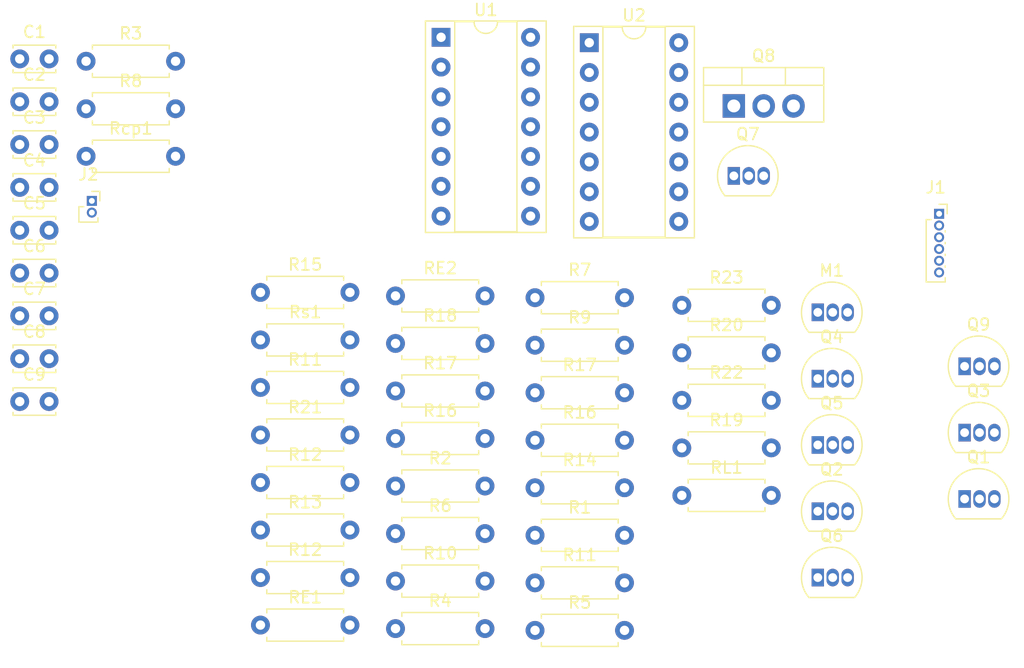
<source format=kicad_pcb>
(kicad_pcb (version 20240108) (generator "pcbnew") (generator_version "8.0")
  (layers (0 "F.Cu" signal) (31 "B.Cu" signal) (34 "B.Paste" user) (35 "F.Paste" user) (36 "B.SilkS" user "B.Silkscreen") (37 "F.SilkS" user "F.Silkscreen") (38 "B.Mask" user) (39 "F.Mask" user) (44 "Edge.Cuts" user))
  (net 0 "")
  (net 1 "0")
  (net 2 "/Vo")
  (net 3 "/Vref")
  (net 4 "/VPOSA")
  (net 5 "/Vsel")
  (net 6 "/Vreg")
  (net 7 "Net-(M1-D)")
  (net 8 "Net-(C1-Pad1)")
  (net 9 "Net-(Q1-B)")
  (net 10 "Net-(Q2-E)")
  (net 11 "/Vlc")
  (net 12 "/-VPOSA")
  (net 13 "/Vf")
  (net 14 "/+VPOSA")
  (net 15 "Net-(Q2-C)")
  (net 16 "Net-(Q7-E)")
  (net 17 "Net-(Q4-E)")
  (net 18 "Net-(Q5-E)")
  (net 19 "Net-(U2A-+)")
  (net 20 "/vref-c")
  (net 21 "Net-(U2A--)")
  (net 22 "Net-(Q7-C)")
  (net 23 "Net-(R10-Pad2)")
  (net 24 "Net-(U2B-+)")
  (net 25 "Net-(U2B--)")
  (net 26 "Net-(R14-Pad2)")
  (net 27 "Net-(U1C--)")
  (net 28 "Net-(Q9-B)")
  (net 29 "Net-(U1A--)")
  (net 30 "Net-(U1B--)")
  (net 31 "Net-(U1B-+)")
  (net 32 "Net-(U1A-+)")
  (net 33 "Net-(U1D-+)")
  (net 34 "Net-(U2C-+)")
  (net 35 "Net-(U2D-+)")
  (net 36 "Net-(Q9-E)")
  (net 37 "Net-(R2-Pad1)")
  (net 38 "Net-(R3-Pad1)")
  (net 39 "Net-(R7-Pad2)")
  (net 40 "/Sum")
  (net 41 "Net-(R11-Pad2)")
  (net 42 "Net-(R17-Pad1)")
  (net 43 "Net-(U1D--)")
  (net 44 "Net-(R19-Pad2)")
  (footprint "Resistor_THT:R_Axial_DIN0207_L6.3mm_D2.5mm_P7.62mm_Horizontal" (layer "F.Cu") (at 122.5 81.25)
    (property "Reference" "R6" (at 3.81 -2.37 0) (layer "F.SilkS"))
    (property "Value" "1.5k")
    (pad "1" thru_hole circle (at 0 0) (size 1.6 1.6) (drill 0.8) (layers "*.Cu" "*.Mask") (net 32 "Net-(U1A-+)"))
    (pad "2" thru_hole oval (at 7.62 0) (size 1.6 1.6) (drill 0.8) (layers "*.Cu" "*.Mask") (net 1 "0"))
  )
  (footprint "Package_DIP:DIP-14_W7.62mm_Socket" (layer "F.Cu") (at 139 39.42)
    (property "Reference" "U2" (at 3.81 -2.33 0) (layer "F.SilkS"))
    (property "Value" "LM324")
    (pad "1" thru_hole rect (at 0 0) (size 1.6 1.6) (drill 0.8) (layers "*.Cu" "*.Mask") (net 23 "Net-(R10-Pad2)"))
    (pad "2" thru_hole oval (at 0 2.54) (size 1.6 1.6) (drill 0.8) (layers "*.Cu" "*.Mask") (net 21 "Net-(U2A--)"))
    (pad "3" thru_hole oval (at 0 5.08) (size 1.6 1.6) (drill 0.8) (layers "*.Cu" "*.Mask") (net 19 "Net-(U2A-+)"))
    (pad "4" thru_hole oval (at 0 7.62) (size 1.6 1.6) (drill 0.8) (layers "*.Cu" "*.Mask") (net 4 "/VPOSA"))
    (pad "5" thru_hole oval (at 0 10.16) (size 1.6 1.6) (drill 0.8) (layers "*.Cu" "*.Mask") (net 24 "Net-(U2B-+)"))
    (pad "6" thru_hole oval (at 0 12.7) (size 1.6 1.6) (drill 0.8) (layers "*.Cu" "*.Mask") (net 25 "Net-(U2B--)"))
    (pad "7" thru_hole oval (at 0 15.24) (size 1.6 1.6) (drill 0.8) (layers "*.Cu" "*.Mask") (net 26 "Net-(R14-Pad2)"))
    (pad "8" thru_hole oval (at 7.62 15.24) (size 1.6 1.6) (drill 0.8) (layers "*.Cu" "*.Mask") (net 34 "Net-(U2C-+)"))
    (pad "9" thru_hole oval (at 7.62 12.7) (size 1.6 1.6) (drill 0.8) (layers "*.Cu" "*.Mask") (net 34 "Net-(U2C-+)"))
    (pad "10" thru_hole oval (at 7.62 10.16) (size 1.6 1.6) (drill 0.8) (layers "*.Cu" "*.Mask") (net 34 "Net-(U2C-+)"))
    (pad "11" thru_hole oval (at 7.62 7.62) (size 1.6 1.6) (drill 0.8) (layers "*.Cu" "*.Mask") (net 1 "0"))
    (pad "12" thru_hole oval (at 7.62 5.08) (size 1.6 1.6) (drill 0.8) (layers "*.Cu" "*.Mask") (net 35 "Net-(U2D-+)"))
    (pad "13" thru_hole oval (at 7.62 2.54) (size 1.6 1.6) (drill 0.8) (layers "*.Cu" "*.Mask") (net 35 "Net-(U2D-+)"))
    (pad "14" thru_hole oval (at 7.62 0) (size 1.6 1.6) (drill 0.8) (layers "*.Cu" "*.Mask") (net 35 "Net-(U2D-+)"))
  )
  (footprint "Resistor_THT:R_Axial_DIN0207_L6.3mm_D2.5mm_P7.62mm_Horizontal" (layer "F.Cu") (at 111 72.85)
    (property "Reference" "R21" (at 3.81 -2.37 0) (layer "F.SilkS"))
    (property "Value" "1.5k")
    (pad "1" thru_hole circle (at 0 0) (size 1.6 1.6) (drill 0.8) (layers "*.Cu" "*.Mask") (net 44 "Net-(R19-Pad2)"))
    (pad "2" thru_hole oval (at 7.62 0) (size 1.6 1.6) (drill 0.8) (layers "*.Cu" "*.Mask") (net 40 "/Sum"))
  )
  (footprint "Connector_PinSocket_1.00mm:PinSocket_1x06_P1.00mm_Vertical" (layer "F.Cu") (at 168.79 54)
    (property "Reference" "J1" (at -0.29 -2.25 0) (layer "F.SilkS"))
    (property "Value" "Conn_01x05_Socket")
    (pad "1" thru_hole rect (at 0 0) (size 0.85 0.85) (drill 0.5) (layers "*.Cu" "*.Mask") (net 1 "0"))
    (pad "2" thru_hole oval (at 0 1) (size 0.85 0.85) (drill 0.5) (layers "*.Cu" "*.Mask") (net 12 "/-VPOSA"))
    (pad "3" thru_hole oval (at 0 2) (size 0.85 0.85) (drill 0.5) (layers "*.Cu" "*.Mask") (net 14 "/+VPOSA"))
    (pad "4" thru_hole oval (at 0 3) (size 0.85 0.85) (drill 0.5) (layers "*.Cu" "*.Mask") (net 3 "/Vref"))
    (pad "5" thru_hole oval (at 0 4) (size 0.85 0.85) (drill 0.5) (layers "*.Cu" "*.Mask") (net 6 "/Vreg"))
    (pad "6" thru_hole oval (at 0 5) (size 0.85 0.85) (drill 0.5) (layers "*.Cu" "*.Mask") (net 5 "/Vsel"))
  )
  (footprint "Resistor_THT:R_Axial_DIN0207_L6.3mm_D2.5mm_P7.62mm_Horizontal" (layer "F.Cu") (at 122.5 85.3)
    (property "Reference" "R10" (at 3.81 -2.37 0) (layer "F.SilkS"))
    (property "Value" "1.5k")
    (pad "1" thru_hole circle (at 0 0) (size 1.6 1.6) (drill 0.8) (layers "*.Cu" "*.Mask") (net 40 "/Sum"))
    (pad "2" thru_hole oval (at 7.62 0) (size 1.6 1.6) (drill 0.8) (layers "*.Cu" "*.Mask") (net 29 "Net-(U1A--)"))
  )
  (footprint "Package_TO_SOT_THT:TO-92L_Inline" (layer "F.Cu") (at 158.46 79.35)
    (property "Reference" "Q2" (at 1.19 -3.56 0) (layer "F.SilkS"))
    (property "Value" "BC547B")
    (pad "1" thru_hole rect (at 0 0) (size 1.05 1.5) (drill 0.75) (layers "*.Cu" "*.Mask") (net 15 "Net-(Q2-C)"))
    (pad "2" thru_hole oval (at 1.27 0) (size 1.05 1.5) (drill 0.75) (layers "*.Cu" "*.Mask") (net 3 "/Vref"))
    (pad "3" thru_hole oval (at 2.54 0) (size 1.05 1.5) (drill 0.75) (layers "*.Cu" "*.Mask") (net 10 "Net-(Q2-E)"))
  )
  (footprint "Resistor_THT:R_Axial_DIN0207_L6.3mm_D2.5mm_P7.62mm_Horizontal" (layer "F.Cu") (at 134.38 89.5)
    (property "Reference" "R5" (at 3.81 -2.37 0) (layer "F.SilkS"))
    (property "Value" "2.7k")
    (pad "1" thru_hole circle (at 0 0) (size 1.6 1.6) (drill 0.8) (layers "*.Cu" "*.Mask") (net 32 "Net-(U1A-+)"))
    (pad "2" thru_hole oval (at 7.62 0) (size 1.6 1.6) (drill 0.8) (layers "*.Cu" "*.Mask") (net 37 "Net-(R2-Pad1)"))
  )
  (footprint "Package_DIP:DIP-14_W7.62mm_Socket" (layer "F.Cu") (at 126.38 38.96)
    (property "Reference" "U1" (at 3.81 -2.33 0) (layer "F.SilkS"))
    (property "Value" "LM324")
    (pad "1" thru_hole rect (at 0 0) (size 1.6 1.6) (drill 0.8) (layers "*.Cu" "*.Mask") (net 29 "Net-(U1A--)"))
    (pad "2" thru_hole oval (at 0 2.54) (size 1.6 1.6) (drill 0.8) (layers "*.Cu" "*.Mask") (net 29 "Net-(U1A--)"))
    (pad "3" thru_hole oval (at 0 5.08) (size 1.6 1.6) (drill 0.8) (layers "*.Cu" "*.Mask") (net 32 "Net-(U1A-+)"))
    (pad "4" thru_hole oval (at 0 7.62) (size 1.6 1.6) (drill 0.8) (layers "*.Cu" "*.Mask") (net 14 "/+VPOSA"))
    (pad "5" thru_hole oval (at 0 10.16) (size 1.6 1.6) (drill 0.8) (layers "*.Cu" "*.Mask") (net 31 "Net-(U1B-+)"))
    (pad "6" thru_hole oval (at 0 12.7) (size 1.6 1.6) (drill 0.8) (layers "*.Cu" "*.Mask") (net 30 "Net-(U1B--)"))
    (pad "7" thru_hole oval (at 0 15.24) (size 1.6 1.6) (drill 0.8) (layers "*.Cu" "*.Mask") (net 30 "Net-(U1B--)"))
    (pad "8" thru_hole oval (at 7.62 15.24) (size 1.6 1.6) (drill 0.8) (layers "*.Cu" "*.Mask") (net 42 "Net-(R17-Pad1)"))
    (pad "9" thru_hole oval (at 7.62 12.7) (size 1.6 1.6) (drill 0.8) (layers "*.Cu" "*.Mask") (net 40 "/Sum"))
    (pad "10" thru_hole oval (at 7.62 10.16) (size 1.6 1.6) (drill 0.8) (layers "*.Cu" "*.Mask") (net 1 "0"))
    (pad "11" thru_hole oval (at 7.62 7.62) (size 1.6 1.6) (drill 0.8) (layers "*.Cu" "*.Mask") (net 12 "/-VPOSA"))
    (pad "12" thru_hole oval (at 7.62 5.08) (size 1.6 1.6) (drill 0.8) (layers "*.Cu" "*.Mask") (net 33 "Net-(U1D-+)"))
    (pad "13" thru_hole oval (at 7.62 2.54) (size 1.6 1.6) (drill 0.8) (layers "*.Cu" "*.Mask") (net 43 "Net-(U1D--)"))
    (pad "14" thru_hole oval (at 7.62 0) (size 1.6 1.6) (drill 0.8) (layers "*.Cu" "*.Mask") (net 44 "Net-(R19-Pad2)"))
  )
  (footprint "Resistor_THT:R_Axial_DIN0207_L6.3mm_D2.5mm_P7.62mm_Horizontal" (layer "F.Cu") (at 96.15 41)
    (property "Reference" "R3" (at 3.81 -2.37 0) (layer "F.SilkS"))
    (property "Value" "6.8k")
    (pad "1" thru_hole circle (at 0 0) (size 1.6 1.6) (drill 0.8) (layers "*.Cu" "*.Mask") (net 38 "Net-(R3-Pad1)"))
    (pad "2" thru_hole oval (at 7.62 0) (size 1.6 1.6) (drill 0.8) (layers "*.Cu" "*.Mask") (net 13 "/Vf"))
  )
  (footprint "Resistor_THT:R_Axial_DIN0207_L6.3mm_D2.5mm_P7.62mm_Horizontal" (layer "F.Cu") (at 96.15 45.05)
    (property "Reference" "R8" (at 3.81 -2.37 0) (layer "F.SilkS"))
    (property "Value" "680")
    (pad "1" thru_hole circle (at 0 0) (size 1.6 1.6) (drill 0.8) (layers "*.Cu" "*.Mask") (net 39 "Net-(R7-Pad2)"))
    (pad "2" thru_hole oval (at 7.62 0) (size 1.6 1.6) (drill 0.8) (layers "*.Cu" "*.Mask") (net 1 "0"))
  )
  (footprint "Resistor_THT:R_Axial_DIN0207_L6.3mm_D2.5mm_P7.62mm_Horizontal" (layer "F.Cu") (at 134.38 77.35)
    (property "Reference" "R14" (at 3.81 -2.37 0) (layer "F.SilkS"))
    (property "Value" "680")
    (pad "1" thru_hole circle (at 0 0) (size 1.6 1.6) (drill 0.8) (layers "*.Cu" "*.Mask") (net 7 "Net-(M1-D)"))
    (pad "2" thru_hole oval (at 7.62 0) (size 1.6 1.6) (drill 0.8) (layers "*.Cu" "*.Mask") (net 26 "Net-(R14-Pad2)"))
  )
  (footprint "Resistor_THT:R_Axial_DIN0207_L6.3mm_D2.5mm_P7.62mm_Horizontal" (layer "F.Cu") (at 111 60.7)
    (property "Reference" "R15" (at 3.81 -2.37 0) (layer "F.SilkS"))
    (property "Value" "270")
    (pad "1" thru_hole circle (at 0 0) (size 1.6 1.6) (drill 0.8) (layers "*.Cu" "*.Mask") (net 26 "Net-(R14-Pad2)"))
    (pad "2" thru_hole oval (at 7.62 0) (size 1.6 1.6) (drill 0.8) (layers "*.Cu" "*.Mask") (net 1 "0"))
  )
  (footprint "Package_TO_SOT_THT:TO-92L_Inline" (layer "F.Cu") (at 170.96 67)
    (property "Reference" "Q9" (at 1.19 -3.56 0) (layer "F.SilkS"))
    (property "Value" "BC547B")
    (pad "1" thru_hole rect (at 0 0) (size 1.05 1.5) (drill 0.75) (layers "*.Cu" "*.Mask") (net 11 "/Vlc"))
    (pad "2" thru_hole oval (at 1.27 0) (size 1.05 1.5) (drill 0.75) (layers "*.Cu" "*.Mask") (net 28 "Net-(Q9-B)"))
    (pad "3" thru_hole oval (at 2.54 0) (size 1.05 1.5) (drill 0.75) (layers "*.Cu" "*.Mask") (net 36 "Net-(Q9-E)"))
  )
  (footprint "Resistor_THT:R_Axial_DIN0207_L6.3mm_D2.5mm_P7.62mm_Horizontal" (layer "F.Cu") (at 134.38 81.4)
    (property "Reference" "R1" (at 3.81 -2.37 0) (layer "F.SilkS"))
    (property "Value" "3.3k")
    (pad "1" thru_hole circle (at 0 0) (size 1.6 1.6) (drill 0.8) (layers "*.Cu" "*.Mask") (net 6 "/Vreg"))
    (pad "2" thru_hole oval (at 7.62 0) (size 1.6 1.6) (drill 0.8) (layers "*.Cu" "*.Mask") (net 9 "Net-(Q1-B)"))
  )
  (footprint "Resistor_THT:R_Axial_DIN0207_L6.3mm_D2.5mm_P7.62mm_Horizontal" (layer "F.Cu") (at 122.5 89.35)
    (property "Reference" "R4" (at 3.81 -2.37 0) (layer "F.SilkS"))
    (property "Value" "1.2k")
    (pad "1" thru_hole circle (at 0 0) (size 1.6 1.6) (drill 0.8) (layers "*.Cu" "*.Mask") (net 31 "Net-(U1B-+)"))
    (pad "2" thru_hole oval (at 7.62 0) (size 1.6 1.6) (drill 0.8) (layers "*.Cu" "*.Mask") (net 38 "Net-(R3-Pad1)"))
  )
  (footprint "Resistor_THT:R_Axial_DIN0207_L6.3mm_D2.5mm_P7.62mm_Horizontal" (layer "F.Cu") (at 122.5 77.2)
    (property "Reference" "R2" (at 3.81 -2.37 0) (layer "F.SilkS"))
    (property "Value" "5.6k")
    (pad "1" thru_hole circle (at 0 0) (size 1.6 1.6) (drill 0.8) (layers "*.Cu" "*.Mask") (net 37 "Net-(R2-Pad1)"))
    (pad "2" thru_hole oval (at 7.62 0) (size 1.6 1.6) (drill 0.8) (layers "*.Cu" "*.Mask") (net 3 "/Vref"))
  )
  (footprint "Resistor_THT:R_Axial_DIN0207_L6.3mm_D2.5mm_P7.62mm_Horizontal" (layer "F.Cu") (at 122.5 61)
    (property "Reference" "RE2" (at 3.81 -2.37 0) (layer "F.SilkS"))
    (property "Value" "470")
    (pad "1" thru_hole circle (at 0 0) (size 1.6 1.6) (drill 0.8) (layers "*.Cu" "*.Mask") (net 6 "/Vreg"))
    (pad "2" thru_hole oval (at 7.62 0) (size 1.6 1.6) (drill 0.8) (layers "*.Cu" "*.Mask") (net 18 "Net-(Q5-E)"))
  )
  (footprint "Package_TO_SOT_THT:TO-92L_Inline" (layer "F.Cu") (at 158.46 68.05)
    (property "Reference" "Q4" (at 1.19 -3.56 0) (layer "F.SilkS"))
    (property "Value" "BC557B")
    (pad "1" thru_hole rect (at 0 0) (size 1.05 1.5) (drill 0.75) (layers "*.Cu" "*.Mask") (net 15 "Net-(Q2-C)"))
    (pad "2" thru_hole oval (at 1.27 0) (size 1.05 1.5) (drill 0.75) (layers "*.Cu" "*.Mask") (net 15 "Net-(Q2-C)"))
    (pad "3" thru_hole oval (at 2.54 0) (size 1.05 1.5) (drill 0.75) (layers "*.Cu" "*.Mask") (net 17 "Net-(Q4-E)"))
  )
  (footprint "Connector_PinSocket_1.00mm:PinSocket_1x02_P1.00mm_Vertical" (layer "F.Cu") (at 96.64 52.9)
    (property "Reference" "J2" (at -0.29 -2.25 0) (layer "F.SilkS"))
    (property "Value" "Conn_01x02_Socket")
    (pad "1" thru_hole rect (at 0 0) (size 0.85 0.85) (drill 0.5) (layers "*.Cu" "*.Mask") (net 2 "/Vo"))
    (pad "2" thru_hole oval (at 0 1) (size 0.85 0.85) (drill 0.5) (layers "*.Cu" "*.Mask") (net 1 "0"))
  )
  (footprint "Resistor_THT:R_Axial_DIN0207_L6.3mm_D2.5mm_P7.62mm_Horizontal" (layer "F.Cu") (at 146.88 65.85)
    (property "Reference" "R20" (at 3.81 -2.37 0) (layer "F.SilkS"))
    (property "Value" "1k")
    (pad "1" thru_hole circle (at 0 0) (size 1.6 1.6) (drill 0.8) (layers "*.Cu" "*.Mask") (net 16 "Net-(Q7-E)"))
    (pad "2" thru_hole oval (at 7.62 0) (size 1.6 1.6) (drill 0.8) (layers "*.Cu" "*.Mask") (net 43 "Net-(U1D--)"))
  )
  (footprint "Capacitor_THT:C_Disc_D3.4mm_W2.1mm_P2.50mm" (layer "F.Cu") (at 90.5 66.35)
    (property "Reference" "C8" (at 1.25 -2.3 0) (layer "F.SilkS"))
    (property "Value" "10u")
    (pad "1" thru_hole circle (at 0 0) (size 1.6 1.6) (drill 0.8) (layers "*.Cu" "*.Mask") (net 5 "/Vsel"))
    (pad "2" thru_hole circle (at 2.5 0) (size 1.6 1.6) (drill 0.8) (layers "*.Cu" "*.Mask") (net 1 "0"))
  )
  (footprint "Resistor_THT:R_Axial_DIN0207_L6.3mm_D2.5mm_P7.62mm_Horizontal" (layer "F.Cu") (at 111 85)
    (property "Reference" "R12" (at 3.81 -2.37 0) (layer "F.SilkS"))
    (property "Value" "100k")
    (pad "1" thru_hole circle (at 0 0) (size 1.6 1.6) (drill 0.8) (layers "*.Cu" "*.Mask") (net 24 "Net-(U2B-+)"))
    (pad "2" thru_hole oval (at 7.62 0) (size 1.6 1.6) (drill 0.8) (layers "*.Cu" "*.Mask") (net 1 "0"))
  )
  (footprint "Package_TO_SOT_THT:TO-92L_Inline" (layer "F.Cu") (at 170.96 78.3)
    (property "Reference" "Q1" (at 1.19 -3.56 0) (layer "F.SilkS"))
    (property "Value" "BC547B")
    (pad "1" thru_hole rect (at 0 0) (size 1.05 1.5) (drill 0.75) (layers "*.Cu" "*.Mask") (net 9 "Net-(Q1-B)"))
    (pad "2" thru_hole oval (at 1.27 0) (size 1.05 1.5) (drill 0.75) (layers "*.Cu" "*.Mask") (net 9 "Net-(Q1-B)"))
    (pad "3" thru_hole oval (at 2.54 0) (size 1.05 1.5) (drill 0.75) (layers "*.Cu" "*.Mask") (net 1 "0"))
  )
  (footprint "Resistor_THT:R_Axial_DIN0207_L6.3mm_D2.5mm_P7.62mm_Horizontal" (layer "F.Cu") (at 134.38 61.15)
    (property "Reference" "R7" (at 3.81 -2.37 0) (layer "F.SilkS"))
    (property "Value" "6.8k")
    (pad "1" thru_hole circle (at 0 0) (size 1.6 1.6) (drill 0.8) (layers "*.Cu" "*.Mask") (net 31 "Net-(U1B-+)"))
    (pad "2" thru_hole oval (at 7.62 0) (size 1.6 1.6) (drill 0.8) (layers "*.Cu" "*.Mask") (net 39 "Net-(R7-Pad2)"))
  )
  (footprint "Capacitor_THT:C_Disc_D3.4mm_W2.1mm_P2.50mm" (layer "F.Cu") (at 90.5 70)
    (property "Reference" "C9" (at 1.25 -2.3 0) (layer "F.SilkS"))
    (property "Value" "1u")
    (pad "1" thru_hole circle (at 0 0) (size 1.6 1.6) (drill 0.8) (layers "*.Cu" "*.Mask") (net 2 "/Vo"))
    (pad "2" thru_hole circle (at 2.5 0) (size 1.6 1.6) (drill 0.8) (layers "*.Cu" "*.Mask") (net 1 "0"))
  )
  (footprint "Package_TO_SOT_THT:TO-92L_Inline" (layer "F.Cu") (at 158.46 85)
    (property "Reference" "Q6" (at 1.19 -3.56 0) (layer "F.SilkS"))
    (property "Value" "BC547B")
    (pad "1" thru_hole rect (at 0 0) (size 1.05 1.5) (drill 0.75) (layers "*.Cu" "*.Mask") (net 11 "/Vlc"))
    (pad "2" thru_hole oval (at 1.27 0) (size 1.05 1.5) (drill 0.75) (layers "*.Cu" "*.Mask") (net 13 "/Vf"))
    (pad "3" thru_hole oval (at 2.54 0) (size 1.05 1.5) (drill 0.75) (layers "*.Cu" "*.Mask") (net 10 "Net-(Q2-E)"))
  )
  (footprint "Resistor_THT:R_Axial_DIN0207_L6.3mm_D2.5mm_P7.62mm_Horizontal" (layer "F.Cu") (at 146.88 78)
    (property "Reference" "RL1" (at 3.81 -2.37 0) (layer "F.SilkS"))
    (property "Value" "RL")
    (pad "1" thru_hole circle (at 0 0) (size 1.6 1.6) (drill 0.8) (layers "*.Cu" "*.Mask") (net 2 "/Vo"))
    (pad "2" thru_hole oval (at 7.62 0) (size 1.6 1.6) (drill 0.8) (layers "*.Cu" "*.Mask") (net 1 "0"))
  )
  (footprint "Resistor_THT:R_Axial_DIN0207_L6.3mm_D2.5mm_P7.62mm_Horizontal" (layer "F.Cu") (at 122.5 73.15)
    (property "Reference" "R16" (at 3.81 -2.37 0) (layer "F.SilkS"))
    (property "Value" "100")
    (pad "1" thru_hole circle (at 0 0) (size 1.6 1.6) (drill 0.8) (layers "*.Cu" "*.Mask") (net 36 "Net-(Q9-E)"))
    (pad "2" thru_hole oval (at 7.62 0) (size 1.6 1.6) (drill 0.8) (layers "*.Cu" "*.Mask") (net 1 "0"))
  )
  (footprint "Resistor_THT:R_Axial_DIN0207_L6.3mm_D2.5mm_P7.62mm_Horizontal" (layer "F.Cu") (at 111 89.05)
    (property "Reference" "RE1" (at 3.81 -2.37 0) (layer "F.SilkS"))
    (property "Value" "470")
    (pad "1" thru_hole circle (at 0 0) (size 1.6 1.6) (drill 0.8) (layers "*.Cu" "*.Mask") (net 6 "/Vreg"))
    (pad "2" thru_hole oval (at 7.62 0) (size 1.6 1.6) (drill 0.8) (layers "*.Cu" "*.Mask") (net 17 "Net-(Q4-E)"))
  )
  (footprint "Resistor_THT:R_Axial_DIN0207_L6.3mm_D2.5mm_P7.62mm_Horizontal" (layer "F.Cu") (at 122.5 65.05)
    (property "Reference" "R18" (at 3.81 -2.37 0) (layer "F.SilkS"))
    (property "Value" "100k")
    (pad "1" thru_hole circle (at 0 0) (size 1.6 1.6) (drill 0.8) (layers "*.Cu" "*.Mask") (net 40 "/Sum"))
    (pad "2" thru_hole oval (at 7.62 0) (size 1.6 1.6) (drill 0.8) (layers "*.Cu" "*.Mask") (net 42 "Net-(R17-Pad1)"))
  )
  (footprint "Resistor_THT:R_Axial_DIN0207_L6.3mm_D2.5mm_P7.62mm_Horizontal" (layer "F.Cu") (at 134.38 65.2)
    (property "Reference" "R9" (at 3.81 -2.37 0) (layer "F.SilkS"))
    (property "Value" "1.5k")
    (pad "1" thru_hole circle (at 0 0) (size 1.6 1.6) (drill 0.8) (layers "*.Cu" "*.Mask") (net 40 "/Sum"))
    (pad "2" thru_hole oval (at 7.62 0) (size 1.6 1.6) (drill 0.8) (layers "*.Cu" "*.Mask") (net 30 "Net-(U1B--)"))
  )
  (footprint "Resistor_THT:R_Axial_DIN0207_L6.3mm_D2.5mm_P7.62mm_Horizontal" (layer "F.Cu") (at 111 64.75)
    (property "Reference" "Rs1" (at 3.81 -2.37 0) (layer "F.SilkS"))
    (property "Value" "0.1")
    (pad "1" thru_hole circle (at 0 0) (size 1.6 1.6) (drill 0.8) (layers "*.Cu" "*.Mask") (net 2 "/Vo"))
    (pad "2" thru_hole oval (at 7.62 0) (size 1.6 1.6) (drill 0.8) (layers "*.Cu" "*.Mask") (net 16 "Net-(Q7-E)"))
  )
  (footprint "Resistor_THT:R_Axial_DIN0207_L6.3mm_D2.5mm_P7.62mm_Horizontal" (layer "F.Cu") (at 134.38 85.45)
    (property "Reference" "R11" (at 3.81 -2.37 0) (layer "F.SilkS"))
    (property "Value" "2.7k")
    (pad "1" thru_hole circle (at 0 0) (size 1.6 1.6) (drill 0.8) (layers "*.Cu" "*.Mask") (net 16 "Net-(Q7-E)"))
    (pad "2" thru_hole oval (at 7.62 0) (size 1.6 1.6) (drill 0.8) (layers "*.Cu" "*.Mask") (net 41 "Net-(R11-Pad2)"))
  )
  (footprint "Resistor_THT:R_Axial_DIN0207_L6.3mm_D2.5mm_P7.62mm_Horizontal" (layer "F.Cu") (at 146.88 69.9)
    (property "Reference" "R22" (at 3.81 -2.37 0) (layer "F.SilkS"))
    (property "Value" "1k")
    (pad "1" thru_hole circle (at 0 0) (size 1.6 1.6) (drill 0.8) (layers "*.Cu" "*.Mask") (net 2 "/Vo"))
    (pad "2" thru_hole oval (at 7.62 0) (size 1.6 1.6) (drill 0.8) (layers "*.Cu" "*.Mask") (net 33 "Net-(U1D-+)"))
  )
  (footprint "Resistor_THT:R_Axial_DIN0207_L6.3mm_D2.5mm_P7.62mm_Horizontal" (layer "F.Cu") (at 146.88 61.8)
    (property "Reference" "R23" (at 3.81 -2.37 0) (layer "F.SilkS"))
    (property "Value" "10k")
    (pad "1" thru_hole circle (at 0 0) (size 1.6 1.6) (drill 0.8) (layers "*.Cu" "*.Mask") (net 33 "Net-(U1D-+)"))
    (pad "2" thru_hole oval (at 7.62 0) (size 1.6 1.6) (drill 0.8) (layers "*.Cu" "*.Mask") (net 1 "0"))
  )
  (footprint "Capacitor_THT:C_Disc_D3.4mm_W2.1mm_P2.50mm" (layer "F.Cu") (at 90.5 62.7)
    (property "Reference" "C7" (at 1.25 -2.3 0) (layer "F.SilkS"))
    (property "Value" "10u")
    (pad "1" thru_hole circle (at 0 0) (size 1.6 1.6) (drill 0.8) (layers "*.Cu" "*.Mask") (net 6 "/Vreg"))
    (pad "2" thru_hole circle (at 2.5 0) (size 1.6 1.6) (drill 0.8) (layers "*.Cu" "*.Mask") (net 1 "0"))
  )
  (footprint "Resistor_THT:R_Axial_DIN0207_L6.3mm_D2.5mm_P7.62mm_Horizontal" (layer "F.Cu") (at 96.15 49.1)
    (property "Reference" "Rcp1" (at 3.81 -2.37 0) (layer "F.SilkS"))
    (property "Value" "470")
    (pad "1" thru_hole circle (at 0 0) (size 1.6 1.6) (drill 0.8) (layers "*.Cu" "*.Mask") (net 11 "/Vlc"))
    (pad "2" thru_hole oval (at 7.62 0) (size 1.6 1.6) (drill 0.8) (layers "*.Cu" "*.Mask") (net 8 "Net-(C1-Pad1)"))
  )
  (footprint "Package_TO_SOT_THT:TO-92L_Inline" (layer "F.Cu") (at 158.46 62.4)
    (property "Reference" "M1" (at 1.19 -3.56 0) (layer "F.SilkS"))
    (property "Value" "2N7000")
    (pad "1" thru_hole rect (at 0 0) (size 1.05 1.5) (drill 0.75) (layers "*.Cu" "*.Mask") (net 7 "Net-(M1-D)"))
    (pad "2" thru_hole oval (at 1.27 0) (size 1.05 1.5) (drill 0.75) (layers "*.Cu" "*.Mask") (net 5 "/Vsel"))
    (pad "3" thru_hole oval (at 2.54 0) (size 1.05 1.5) (drill 0.75) (layers "*.Cu" "*.Mask") (net 1 "0"))
  )
  (footprint "Capacitor_THT:C_Disc_D3.4mm_W2.1mm_P2.50mm" (layer "F.Cu") (at 90.5 59.05)
    (property "Reference" "C6" (at 1.25 -2.3 0) (layer "F.SilkS"))
    (property "Value" "10u")
    (pad "1" thru_hole circle (at 0 0) (size 1.6 1.6) (drill 0.8) (layers "*.Cu" "*.Mask") (net 3 "/Vref"))
    (pad "2" thru_hole circle (at 2.5 0) (size 1.6 1.6) (drill 0.8) (layers "*.Cu" "*.Mask") (net 1 "0"))
  )
  (footprint "Resistor_THT:R_Axial_DIN0207_L6.3mm_D2.5mm_P7.62mm_Horizontal" (layer "F.Cu") (at 111 80.95)
    (property "Reference" "R13" (at 3.81 -2.37 0) (layer "F.SilkS"))
    (property "Value" "1K")
    (pad "1" thru_hole circle (at 0 0) (size 1.6 1.6) (drill 0.8) (layers "*.Cu" "*.Mask") (net 13 "/Vf"))
    (pad "2" thru_hole oval (at 7.62 0) (size 1.6 1.6) (drill 0.8) (layers "*.Cu" "*.Mask") (net 7 "Net-(M1-D)"))
  )
  (footprint "Resistor_THT:R_Axial_DIN0207_L6.3mm_D2.5mm_P7.62mm_Horizontal" (layer "F.Cu") (at 111 76.9)
    (property "Reference" "R12" (at 3.81 -2.37 0) (layer "F.SilkS"))
    (property "Value" "390")
    (pad "1" thru_hole circle (at 0 0) (size 1.6 1.6) (drill 0.8) (layers "*.Cu" "*.Mask") (net 41 "Net-(R11-Pad2)"))
    (pad "2" thru_hole oval (at 7.62 0) (size 1.6 1.6) (drill 0.8) (layers "*.Cu" "*.Mask") (net 13 "/Vf"))
  )
  (footprint "Package_TO_SOT_THT:TO-92L_Inline" (layer "F.Cu") (at 170.96 72.65)
    (property "Reference" "Q3" (at 1.19 -3.56 0) (layer "F.SilkS"))
    (property "Value" "BC547B")
    (pad "1" thru_hole rect (at 0 0) (size 1.05 1.5) (drill 0.75) (layers "*.Cu" "*.Mask") (net 10 "Net-(Q2-E)"))
    (pad "2" thru_hole oval (at 1.27 0) (size 1.05 1.5) (drill 0.75) (layers "*.Cu" "*.Mask") (net 9 "Net-(Q1-B)"))
    (pad "3" thru_hole oval (at 2.54 0) (size 1.05 1.5) (drill 0.75) (layers "*.Cu" "*.Mask") (net 1 "0"))
  )
  (footprint "Resistor_THT:R_Axial_DIN0207_L6.3mm_D2.5mm_P7.62mm_Horizontal" (layer "F.Cu") (at 134.38 73.3)
    (property "Reference" "R16" (at 3.81 -2.37 0) (layer "F.SilkS"))
    (property "Value" "1.5k")
    (pad "1" thru_hole circle (at 0 0) (size 1.6 1.6) (drill 0.8) (layers "*.Cu" "*.Mask") (net 20 "/vref-c"))
    (pad "2" thru_hole oval (at 7.62 0) (size 1.6 1.6) (drill 0.8) (layers "*.Cu" "*.Mask") (net 27 "Net-(U1C--)"))
  )
  (footprint "Resistor_THT:R_Axial_DIN0207_L6.3mm_D2.5mm_P7.62mm_Horizontal" (layer "F.Cu") (at 111 68.8)
    (property "Reference" "R11" (at 3.81 -2.37 0) (layer "F.SilkS"))
    (property "Value" "1k")
    (pad "1" thru_hole circle (at 0 0) (size 1.6 1.6) (drill 0.8) (layers "*.Cu" "*.Mask") (net 23 "Net-(R10-Pad2)"))
    (pad "2" thru_hole oval (at 7.62 0) (size 1.6 1.6) (drill 0.8) (layers "*.Cu" "*.Mask") (net 24 "Net-(U2B-+)"))
  )
  (footprint "Capacitor_THT:C_Disc_D3.4mm_W2.1mm_P2.50mm" (layer "F.Cu") (at 90.5 48.1)
    (property "Reference" "C3" (at 1.25 -2.3 0) (layer "F.SilkS"))
    (property "Value" "90p")
    (pad "1" thru_hole circle (at 0 0) (size 1.6 1.6) (drill 0.8) (layers "*.Cu" "*.Mask") (net 16 "Net-(Q7-E)"))
    (pad "2" thru_hole circle (at 2.5 0) (size 1.6 1.6) (drill 0.8) (layers "*.Cu" "*.Mask") (net 13 "/Vf"))
  )
  (footprint "Capacitor_THT:C_Disc_D3.4mm_W2.1mm_P2.50mm" (layer "F.Cu") (at 90.5 55.4)
    (property "Reference" "C5" (at 1.25 -2.3 0) (layer "F.SilkS"))
    (property "Value" "10u")
    (pad "1" thru_hole circle (at 0 0) (size 1.6 1.6) (drill 0.8) (layers "*.Cu" "*.Mask") (net 14 "/+VPOSA"))
    (pad "2" thru_hole circle (at 2.5 0) (size 1.6 1.6) (drill 0.8) (layers "*.Cu" "*.Mask") (net 1 "0"))
  )
  (footprint "Package_TO_SOT_THT:TO-92L_Inline" (layer "F.Cu") (at 151.31 50.77)
    (property "Reference" "Q7" (at 1.19 -3.56 0) (layer "F.SilkS"))
    (property "Value" "TIP41C")
    (pad "1" thru_hole rect (at 0 0) (size 1.05 1.5) (drill 0.75) (layers "*.Cu" "*.Mask") (net 22 "Net-(Q7-C)"))
    (pad "2" thru_hole oval (at 1.27 0) (size 1.05 1.5) (drill 0.75) (layers "*.Cu" "*.Mask") (net 11 "/Vlc"))
    (pad "3" thru_hole oval (at 2.54 0) (size 1.05 1.5) (drill 0.75) (layers "*.Cu" "*.Mask") (net 16 "Net-(Q7-E)"))
  )
  (footprint "Capacitor_THT:C_Disc_D3.4mm_W2.1mm_P2.50mm" (layer "F.Cu") (at 90.5 40.8)
    (property "Reference" "C1" (at 1.25 -2.3 0) (layer "F.SilkS"))
    (property "Value" "1.5n")
    (pad "1" thru_hole circle (at 0 0) (size 1.6 1.6) (drill 0.8) (layers "*.Cu" "*.Mask") (net 8 "Net-(C1-Pad1)"))
    (pad "2" thru_hole circle (at 2.5 0) (size 1.6 1.6) (drill 0.8) (layers "*.Cu" "*.Mask") (net 13 "/Vf"))
  )
  (footprint "Package_TO_SOT_THT:TO-92L_Inline" (layer "F.Cu") (at 158.46 73.7)
    (property "Reference" "Q5" (at 1.19 -3.56 0) (layer "F.SilkS"))
    (property "Value" "BC557B")
    (pad "1" thru_hole rect (at 0 0) (size 1.05 1.5) (drill 0.75) (layers "*.Cu" "*.Mask") (net 11 "/Vlc"))
    (pad "2" thru_hole oval (at 1.27 0) (size 1.05 1.5) (drill 0.75) (layers "*.Cu" "*.Mask") (net 15 "Net-(Q2-C)"))
    (pad "3" thru_hole oval (at 2.54 0) (size 1.05 1.5) (drill 0.75) (layers "*.Cu" "*.Mask") (net 18 "Net-(Q5-E)"))
  )
  (footprint "Resistor_THT:R_Axial_DIN0207_L6.3mm_D2.5mm_P7.62mm_Horizontal" (layer "F.Cu") (at 146.88 73.95)
    (property "Reference" "R19" (at 3.81 -2.37 0) (layer "F.SilkS"))
    (property "Value" "10k")
    (pad "1" thru_hole circle (at 0 0) (size 1.6 1.6) (drill 0.8) (layers "*.Cu" "*.Mask") (net 43 "Net-(U1D--)"))
    (pad "2" thru_hole oval (at 7.62 0) (size 1.6 1.6) (drill 0.8) (layers "*.Cu" "*.Mask") (net 44 "Net-(R19-Pad2)"))
  )
  (footprint "Package_TO_SOT_THT:TO-220-3_Vertical" (layer "F.Cu") (at 151.31 44.81)
    (property "Reference" "Q8" (at 2.54 -4.27 0) (layer "F.SilkS"))
    (property "Value" "TIP42C")
    (pad "1" thru_hole rect (at 0 0) (size 1.905 2) (drill 1.1) (layers "*.Cu" "*.Mask") (net 16 "Net-(Q7-E)"))
    (pad "2" thru_hole oval (at 2.54 0) (size 1.905 2) (drill 1.1) (layers "*.Cu" "*.Mask") (net 22 "Net-(Q7-C)"))
    (pad "3" thru_hole oval (at 5.08 0) (size 1.905 2) (drill 1.1) (layers "*.Cu" "*.Mask") (net 6 "/Vreg"))
  )
  (footprint "Resistor_THT:R_Axial_DIN0207_L6.3mm_D2.5mm_P7.62mm_Horizontal" (layer "F.Cu") (at 134.38 69.25)
    (property "Reference" "R17" (at 3.81 -2.37 0) (layer "F.SilkS"))
    (property "Value" "1.5k")
    (pad "1" thru_hole circle (at 0 0) (size 1.6 1.6) (drill 0.8) (layers "*.Cu" "*.Mask") (net 27 "Net-(U1C--)"))
    (pad "2" thru_hole oval (at 7.62 0) (size 1.6 1.6) (drill 0.8) (layers "*.Cu" "*.Mask") (net 1 "0"))
  )
  (footprint "Capacitor_THT:C_Disc_D3.4mm_W2.1mm_P2.50mm" (layer "F.Cu") (at 90.5 44.45)
    (property "Reference" "C2" (at 1.25 -2.3 0) (layer "F.SilkS"))
    (property "Value" "1n")
    (pad "1" thru_hole circle (at 0 0) (size 1.6 1.6) (drill 0.8) (layers "*.Cu" "*.Mask") (net 8 "Net-(C1-Pad1)"))
    (pad "2" thru_hole circle (at 2.5 0) (size 1.6 1.6) (drill 0.8) (layers "*.Cu" "*.Mask") (net 13 "/Vf"))
  )
  (footprint "Resistor_THT:R_Axial_DIN0207_L6.3mm_D2.5mm_P7.62mm_Horizontal" (layer "F.Cu") (at 122.5 69.1)
    (property "Reference" "R17" (at 3.81 -2.37 0) (layer "F.SilkS"))
    (property "Value" "1k")
    (pad "1" thru_hole circle (at 0 0) (size 1.6 1.6) (drill 0.8) (layers "*.Cu" "*.Mask") (net 42 "Net-(R17-Pad1)"))
    (pad "2" thru_hole oval (at 7.62 0) (size 1.6 1.6) (drill 0.8) (layers "*.Cu" "*.Mask") (net 28 "Net-(Q9-B)"))
  )
  (footprint "Capacitor_THT:C_Disc_D3.4mm_W2.1mm_P2.50mm" (layer "F.Cu") (at 90.5 51.75)
    (property "Reference" "C4" (at 1.25 -2.3 0) (layer "F.SilkS"))
    (property "Value" "10u")
    (pad "1" thru_hole circle (at 0 0) (size 1.6 1.6) (drill 0.8) (layers "*.Cu" "*.Mask") (net 12 "/-VPOSA"))
    (pad "2" thru_hole circle (at 2.5 0) (size 1.6 1.6) (drill 0.8) (layers "*.Cu" "*.Mask") (net 1 "0"))
  )
)
</source>
